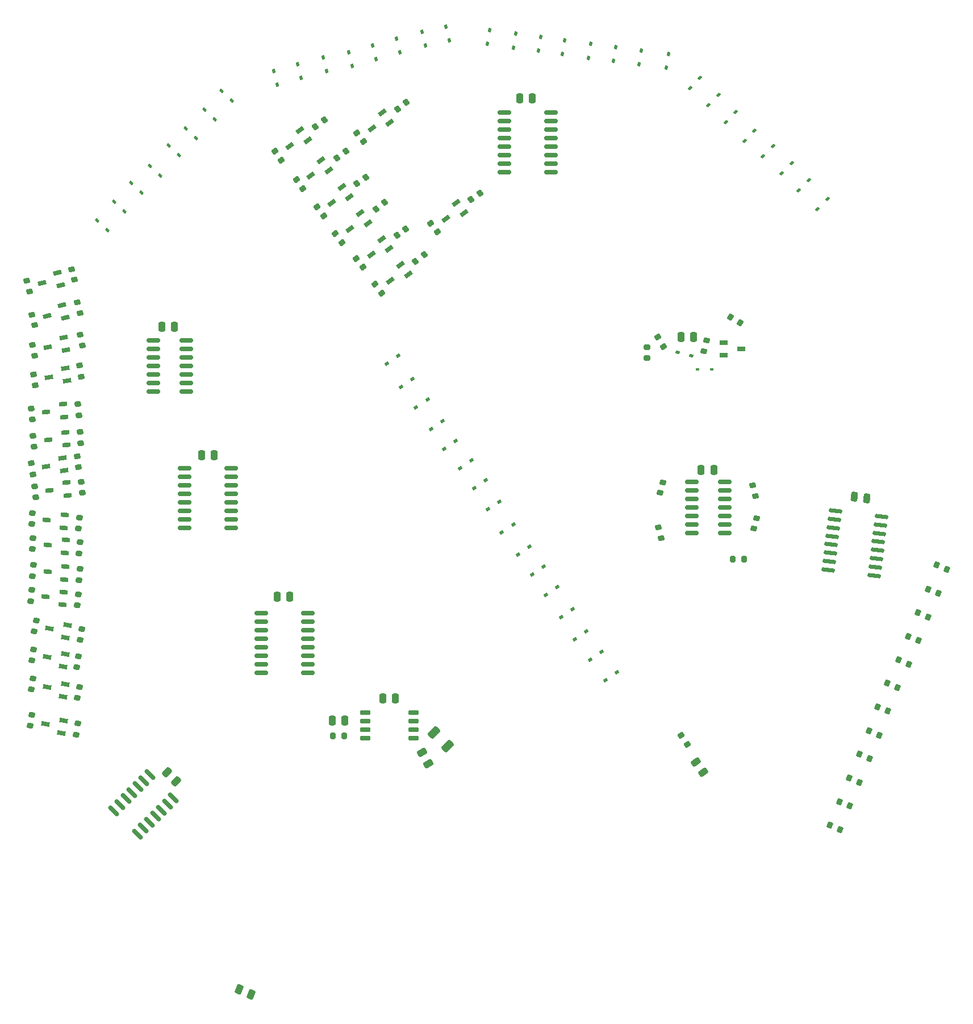
<source format=gbr>
%TF.GenerationSoftware,KiCad,Pcbnew,(6.0.10)*%
%TF.CreationDate,2023-04-24T22:32:33-04:00*%
%TF.ProjectId,waterwheel_synth_v2,77617465-7277-4686-9565-6c5f73796e74,rev?*%
%TF.SameCoordinates,Original*%
%TF.FileFunction,Paste,Top*%
%TF.FilePolarity,Positive*%
%FSLAX46Y46*%
G04 Gerber Fmt 4.6, Leading zero omitted, Abs format (unit mm)*
G04 Created by KiCad (PCBNEW (6.0.10)) date 2023-04-24 22:32:33*
%MOMM*%
%LPD*%
G01*
G04 APERTURE LIST*
G04 Aperture macros list*
%AMRoundRect*
0 Rectangle with rounded corners*
0 $1 Rounding radius*
0 $2 $3 $4 $5 $6 $7 $8 $9 X,Y pos of 4 corners*
0 Add a 4 corners polygon primitive as box body*
4,1,4,$2,$3,$4,$5,$6,$7,$8,$9,$2,$3,0*
0 Add four circle primitives for the rounded corners*
1,1,$1+$1,$2,$3*
1,1,$1+$1,$4,$5*
1,1,$1+$1,$6,$7*
1,1,$1+$1,$8,$9*
0 Add four rect primitives between the rounded corners*
20,1,$1+$1,$2,$3,$4,$5,0*
20,1,$1+$1,$4,$5,$6,$7,0*
20,1,$1+$1,$6,$7,$8,$9,0*
20,1,$1+$1,$8,$9,$2,$3,0*%
%AMRotRect*
0 Rectangle, with rotation*
0 The origin of the aperture is its center*
0 $1 length*
0 $2 width*
0 $3 Rotation angle, in degrees counterclockwise*
0 Add horizontal line*
21,1,$1,$2,0,0,$3*%
G04 Aperture macros list end*
%ADD10R,1.220000X0.650000*%
%ADD11RoundRect,0.200000X-0.308109X0.143853X-0.231786X-0.248798X0.308109X-0.143853X0.231786X0.248798X0*%
%ADD12RotRect,1.220000X0.650000X185.000000*%
%ADD13RotRect,0.600000X0.450000X262.000000*%
%ADD14RotRect,0.600000X0.450000X226.000000*%
%ADD15RotRect,1.220000X0.650000X175.000000*%
%ADD16RoundRect,0.200000X0.291552X0.174993X-0.076650X0.331285X-0.291552X-0.174993X0.076650X-0.331285X0*%
%ADD17RotRect,0.600000X0.450000X214.000000*%
%ADD18RoundRect,0.200000X-0.236092X0.244715X-0.305552X-0.149208X0.236092X-0.244715X0.305552X0.149208X0*%
%ADD19RotRect,0.600000X0.450000X316.000000*%
%ADD20RoundRect,0.200000X-0.339988X-0.005772X-0.099262X-0.325226X0.339988X0.005772X0.099262X0.325226X0*%
%ADD21RoundRect,0.200000X0.200000X0.275000X-0.200000X0.275000X-0.200000X-0.275000X0.200000X-0.275000X0*%
%ADD22RoundRect,0.150000X-0.825000X-0.150000X0.825000X-0.150000X0.825000X0.150000X-0.825000X0.150000X0*%
%ADD23RoundRect,0.200000X-0.302901X0.154518X-0.240327X-0.240557X0.302901X-0.154518X0.240327X0.240557X0*%
%ADD24RoundRect,0.200000X-0.315216X0.127531X-0.218447X-0.260588X0.315216X-0.127531X0.218447X0.260588X0*%
%ADD25RoundRect,0.200000X-0.256522X0.223207X-0.291385X-0.175271X0.256522X-0.223207X0.291385X0.175271X0*%
%ADD26RotRect,0.600000X0.450000X285.000000*%
%ADD27RotRect,1.220000X0.650000X218.000000*%
%ADD28RoundRect,0.200000X-0.300158X0.159781X-0.244489X-0.236326X0.300158X-0.159781X0.244489X0.236326X0*%
%ADD29RotRect,1.220000X0.650000X170.000000*%
%ADD30RoundRect,0.200000X-0.011705X0.339835X-0.326909X0.093571X0.011705X-0.339835X0.326909X-0.093571X0*%
%ADD31RoundRect,0.200000X-0.005772X0.339988X-0.325226X0.099262X0.005772X-0.339988X0.325226X-0.099262X0*%
%ADD32RotRect,1.220000X0.650000X217.000000*%
%ADD33RoundRect,0.250000X-0.306024X-0.440992X0.190249X-0.501927X0.306024X0.440992X-0.190249X0.501927X0*%
%ADD34RoundRect,0.200000X0.317393X-0.122010X0.213866X0.264360X-0.317393X0.122010X-0.213866X-0.264360X0*%
%ADD35RoundRect,0.250000X0.415723X0.339557X-0.044529X0.534923X-0.415723X-0.339557X0.044529X-0.534923X0*%
%ADD36RoundRect,0.200000X0.275000X-0.200000X0.275000X0.200000X-0.275000X0.200000X-0.275000X-0.200000X0*%
%ADD37RoundRect,0.250000X-0.250000X-0.475000X0.250000X-0.475000X0.250000X0.475000X-0.250000X0.475000X0*%
%ADD38RoundRect,0.200000X0.339982X-0.006097X0.110552X0.321564X-0.339982X0.006097X-0.110552X-0.321564X0*%
%ADD39RoundRect,0.250000X-0.512652X-0.159099X-0.159099X-0.512652X0.512652X0.159099X0.159099X0.512652X0*%
%ADD40RoundRect,0.200000X-0.338157X0.035705X-0.138157X-0.310705X0.338157X-0.035705X0.138157X0.310705X0*%
%ADD41RotRect,1.220000X0.650000X189.000000*%
%ADD42RoundRect,0.200000X-0.291385X0.175271X-0.256522X-0.223207X0.291385X-0.175271X0.256522X0.223207X0*%
%ADD43RoundRect,0.200000X0.213866X-0.264360X0.317393X0.122010X-0.213866X0.264360X-0.317393X-0.122010X0*%
%ADD44RoundRect,0.200000X-0.339835X-0.011705X-0.093571X-0.326909X0.339835X0.011705X0.093571X0.326909X0*%
%ADD45RoundRect,0.200000X-0.213866X0.264360X-0.317393X-0.122010X0.213866X-0.264360X0.317393X0.122010X0*%
%ADD46RoundRect,0.150000X-0.837500X-0.150000X0.837500X-0.150000X0.837500X0.150000X-0.837500X0.150000X0*%
%ADD47RoundRect,0.250000X0.250000X0.475000X-0.250000X0.475000X-0.250000X-0.475000X0.250000X-0.475000X0*%
%ADD48R,0.600000X0.450000*%
%ADD49RoundRect,0.150000X-0.849538X-0.046816X0.812977X-0.250947X0.849538X0.046816X-0.812977X0.250947X0*%
%ADD50RoundRect,0.200000X-0.317393X0.122010X-0.213866X-0.264360X0.317393X-0.122010X0.213866X0.264360X0*%
%ADD51RoundRect,0.250000X-0.689429X-0.229810X-0.229810X-0.689429X0.689429X0.229810X0.229810X0.689429X0*%
%ADD52RotRect,0.600000X0.450000X345.000000*%
%ADD53RoundRect,0.200000X0.310705X0.138157X-0.035705X0.338157X-0.310705X-0.138157X0.035705X-0.338157X0*%
%ADD54RoundRect,0.200000X0.236092X-0.244715X0.305552X0.149208X-0.236092X0.244715X-0.305552X-0.149208X0*%
%ADD55RotRect,1.220000X0.650000X191.000000*%
%ADD56RoundRect,0.150000X-0.689429X0.477297X0.477297X-0.689429X0.689429X-0.477297X-0.477297X0.689429X0*%
%ADD57RoundRect,0.200000X-0.200000X-0.275000X0.200000X-0.275000X0.200000X0.275000X-0.200000X0.275000X0*%
%ADD58RotRect,1.220000X0.650000X195.000000*%
%ADD59RotRect,1.220000X0.650000X194.000000*%
%ADD60RotRect,1.220000X0.650000X188.000000*%
%ADD61RoundRect,0.243750X0.513547X0.062026X0.233929X0.461363X-0.513547X-0.062026X-0.233929X-0.461363X0*%
%ADD62RoundRect,0.200000X0.339988X0.005772X0.099262X0.325226X-0.339988X-0.005772X-0.099262X-0.325226X0*%
%ADD63RoundRect,0.250000X-0.536362X-0.020994X-0.286362X-0.454006X0.536362X0.020994X0.286362X0.454006X0*%
%ADD64RoundRect,0.150000X-0.650000X-0.150000X0.650000X-0.150000X0.650000X0.150000X-0.650000X0.150000X0*%
G04 APERTURE END LIST*
D10*
%TO.C,Q14*%
X166290000Y-77790000D03*
X166290000Y-79690000D03*
X168910000Y-78740000D03*
%TD*%
D11*
%TO.C,R16*%
X63232183Y-78162558D03*
X63547017Y-79782242D03*
%TD*%
D12*
%TO.C,Q21*%
X68269913Y-93030711D03*
X68104317Y-91137941D03*
X65577085Y-92312674D03*
%TD*%
D13*
%TO.C,D5*%
X134982968Y-33808481D03*
X135275232Y-31728919D03*
%TD*%
D14*
%TO.C,D30*%
X170824991Y-46199993D03*
X169366209Y-47710607D03*
%TD*%
D15*
%TO.C,Q15*%
X68002117Y-113074059D03*
X68167713Y-111181289D03*
X65474885Y-111899326D03*
%TD*%
D16*
%TO.C,R64*%
X190688683Y-128504947D03*
X192207517Y-129149653D03*
%TD*%
D17*
%TO.C,D40*%
X128689389Y-95357447D03*
X126948411Y-96531753D03*
%TD*%
D18*
%TO.C,R54*%
X70041660Y-134547934D03*
X69755140Y-136172866D03*
%TD*%
D19*
%TO.C,D25*%
X86088793Y-45871909D03*
X87599407Y-47330691D03*
%TD*%
D18*
%TO.C,R55*%
X63805560Y-119193934D03*
X63519040Y-120818866D03*
%TD*%
D20*
%TO.C,R1*%
X102576303Y-53523826D03*
X103569297Y-54841574D03*
%TD*%
D13*
%TO.C,D16*%
X142237468Y-34800181D03*
X142529732Y-32720619D03*
%TD*%
%TO.C,D7*%
X131061468Y-33276181D03*
X131353732Y-31196619D03*
%TD*%
D21*
%TO.C,R48*%
X169288600Y-110044400D03*
X167638600Y-110044400D03*
%TD*%
D18*
%TO.C,R56*%
X63355260Y-127824634D03*
X63068740Y-129449566D03*
%TD*%
D22*
%TO.C,U2*%
X86184600Y-77448400D03*
X86184600Y-78718400D03*
X86184600Y-79988400D03*
X86184600Y-81258400D03*
X86184600Y-82528400D03*
X86184600Y-83798400D03*
X86184600Y-85068400D03*
X81234600Y-85068400D03*
X81234600Y-83798400D03*
X81234600Y-82528400D03*
X81234600Y-81258400D03*
X81234600Y-79988400D03*
X81234600Y-78718400D03*
X81234600Y-77448400D03*
%TD*%
D23*
%TO.C,R20*%
X63389642Y-82528357D03*
X63647758Y-84158043D03*
%TD*%
D17*
%TO.C,D41*%
X130829889Y-98286347D03*
X129088911Y-99460653D03*
%TD*%
D16*
%TO.C,R70*%
X187936683Y-135613247D03*
X189455517Y-136257953D03*
%TD*%
D17*
%TO.C,D36*%
X117762789Y-79726047D03*
X116021811Y-80900353D03*
%TD*%
D19*
%TO.C,D23*%
X72880793Y-59587909D03*
X74391407Y-61046691D03*
%TD*%
D24*
%TO.C,R23*%
X69105214Y-66830006D03*
X69504386Y-68430994D03*
%TD*%
D16*
%TO.C,R71*%
X183544183Y-146165547D03*
X185063017Y-146810253D03*
%TD*%
D25*
%TO.C,R35*%
X70236603Y-103838639D03*
X70092797Y-105482361D03*
%TD*%
D26*
%TO.C,D10*%
X113917840Y-33508178D03*
X114461360Y-35536622D03*
%TD*%
D27*
%TO.C,Q4*%
X113241672Y-60009894D03*
X112071916Y-58512673D03*
X110592206Y-60874317D03*
%TD*%
D14*
%TO.C,D32*%
X165464991Y-40879093D03*
X164006209Y-42389707D03*
%TD*%
D19*
%TO.C,D20*%
X80754793Y-51459909D03*
X82265407Y-52918691D03*
%TD*%
D28*
%TO.C,R36*%
X69896082Y-94707229D03*
X70125718Y-96341171D03*
%TD*%
D18*
%TO.C,R59*%
X63160560Y-133257334D03*
X62874040Y-134882266D03*
%TD*%
D29*
%TO.C,Q23*%
X67573832Y-135991746D03*
X67903764Y-134120612D03*
X65158602Y-134601221D03*
%TD*%
D30*
%TO.C,R11*%
X115757109Y-56869079D03*
X114456891Y-57884921D03*
%TD*%
D17*
%TO.C,D43*%
X126324289Y-92467047D03*
X124583311Y-93641353D03*
%TD*%
D26*
%TO.C,D3*%
X102754240Y-36301778D03*
X103297760Y-38330222D03*
%TD*%
D31*
%TO.C,R7*%
X129921174Y-55491803D03*
X128603426Y-56484797D03*
%TD*%
D25*
%TO.C,R45*%
X63400503Y-110939339D03*
X63256697Y-112583061D03*
%TD*%
D32*
%TO.C,Q5*%
X116412537Y-63861126D03*
X115269088Y-62343719D03*
X113748387Y-64679178D03*
%TD*%
D33*
%TO.C,C7*%
X185709681Y-100751624D03*
X187595519Y-100983176D03*
%TD*%
D34*
%TO.C,R49*%
X171003126Y-100646289D03*
X170576074Y-99052511D03*
%TD*%
D17*
%TO.C,D35*%
X119886089Y-83211247D03*
X118145111Y-84385553D03*
%TD*%
D16*
%TO.C,R51*%
X196721583Y-114508747D03*
X198240417Y-115153453D03*
%TD*%
D35*
%TO.C,C13*%
X95832980Y-174888995D03*
X94084020Y-174146605D03*
%TD*%
D13*
%TO.C,D14*%
X149857468Y-35816181D03*
X150149732Y-33736619D03*
%TD*%
D36*
%TO.C,R28*%
X154829600Y-78464400D03*
X154829600Y-80114400D03*
%TD*%
D18*
%TO.C,R58*%
X70607760Y-120474834D03*
X70321240Y-122099766D03*
%TD*%
D17*
%TO.C,D48*%
X145794089Y-120803247D03*
X144053111Y-121977553D03*
%TD*%
D25*
%TO.C,R43*%
X70326303Y-107545639D03*
X70182497Y-109189361D03*
%TD*%
D22*
%TO.C,U6*%
X161498600Y-98530400D03*
X161498600Y-99800400D03*
X161498600Y-101070400D03*
X161498600Y-102340400D03*
X161498600Y-103610400D03*
X161498600Y-104880400D03*
X161498600Y-106150400D03*
X166448600Y-106150400D03*
X166448600Y-104880400D03*
X166448600Y-103610400D03*
X166448600Y-102340400D03*
X166448600Y-101070400D03*
X166448600Y-99800400D03*
X166448600Y-98530400D03*
%TD*%
D37*
%TO.C,C2*%
X82505600Y-75416400D03*
X84405600Y-75416400D03*
%TD*%
D17*
%TO.C,D47*%
X150366089Y-126899247D03*
X148625111Y-128073553D03*
%TD*%
D38*
%TO.C,R62*%
X160856301Y-137622000D03*
X159909899Y-136270400D03*
%TD*%
D39*
%TO.C,C8*%
X83291849Y-141800649D03*
X84635351Y-143144151D03*
%TD*%
D26*
%TO.C,D4*%
X99185840Y-37318178D03*
X99729360Y-39346622D03*
%TD*%
D27*
%TO.C,Q13*%
X119237872Y-67663894D03*
X118068116Y-66166673D03*
X116588406Y-68528317D03*
%TD*%
D31*
%TO.C,R15*%
X118971174Y-41983503D03*
X117653426Y-42976497D03*
%TD*%
D40*
%TO.C,R30*%
X157274100Y-78416871D03*
X156449100Y-76987929D03*
%TD*%
D41*
%TO.C,Q12*%
X68405584Y-83456375D03*
X68108359Y-81579767D03*
X65669228Y-82927929D03*
%TD*%
D32*
%TO.C,Q7*%
X127535137Y-58498926D03*
X126391688Y-56981519D03*
X124870987Y-59316978D03*
%TD*%
D17*
%TO.C,D46*%
X137342689Y-108157947D03*
X135601711Y-109332253D03*
%TD*%
D16*
%TO.C,R67*%
X195257483Y-118026147D03*
X196776317Y-118670853D03*
%TD*%
D32*
%TO.C,Q1*%
X104268937Y-47644126D03*
X103125488Y-46126719D03*
X101604787Y-48462178D03*
%TD*%
%TO.C,Q6*%
X116493437Y-45059526D03*
X115349988Y-43542119D03*
X113829287Y-45877578D03*
%TD*%
D19*
%TO.C,D22*%
X75420793Y-56793909D03*
X76931407Y-58252691D03*
%TD*%
D42*
%TO.C,R21*%
X70299497Y-91096739D03*
X70443303Y-92740461D03*
%TD*%
D17*
%TO.C,D34*%
X124369789Y-89454447D03*
X122628811Y-90628753D03*
%TD*%
D37*
%TO.C,C4*%
X99683100Y-115675400D03*
X101583100Y-115675400D03*
%TD*%
D43*
%TO.C,R46*%
X156820074Y-100173289D03*
X157247126Y-98579511D03*
%TD*%
D44*
%TO.C,R2*%
X108347679Y-61558291D03*
X109363521Y-62858509D03*
%TD*%
D18*
%TO.C,R57*%
X63438760Y-123509034D03*
X63152240Y-125133966D03*
%TD*%
D26*
%TO.C,D11*%
X117473840Y-32492178D03*
X118017360Y-34520622D03*
%TD*%
D42*
%TO.C,R22*%
X70002297Y-86954239D03*
X70146103Y-88597961D03*
%TD*%
D31*
%TO.C,R3*%
X106753774Y-44643703D03*
X105436026Y-45636697D03*
%TD*%
D25*
%TO.C,R33*%
X63141303Y-114664739D03*
X62997497Y-116308461D03*
%TD*%
D37*
%TO.C,C5*%
X88441100Y-94593400D03*
X90341100Y-94593400D03*
%TD*%
D45*
%TO.C,R50*%
X171217126Y-103920511D03*
X170790074Y-105514289D03*
%TD*%
D46*
%TO.C,U7*%
X97358600Y-118088400D03*
X97358600Y-119358400D03*
X97358600Y-120628400D03*
X97358600Y-121898400D03*
X97358600Y-123168400D03*
X97358600Y-124438400D03*
X97358600Y-125708400D03*
X97358600Y-126978400D03*
X104283600Y-126978400D03*
X104283600Y-125708400D03*
X104283600Y-124438400D03*
X104283600Y-123168400D03*
X104283600Y-121898400D03*
X104283600Y-120628400D03*
X104283600Y-119358400D03*
X104283600Y-118088400D03*
%TD*%
D47*
%TO.C,C1*%
X137774600Y-41384400D03*
X135874600Y-41384400D03*
%TD*%
D16*
%TO.C,R72*%
X182138183Y-149707147D03*
X183657017Y-150351853D03*
%TD*%
D14*
%TO.C,D27*%
X176386991Y-51039093D03*
X174928209Y-52549707D03*
%TD*%
D48*
%TO.C,D38*%
X164515600Y-81766400D03*
X162415600Y-81766400D03*
%TD*%
D28*
%TO.C,R39*%
X63078082Y-95763929D03*
X63307718Y-97397871D03*
%TD*%
D34*
%TO.C,R47*%
X156993126Y-106884289D03*
X156566074Y-105290511D03*
%TD*%
D42*
%TO.C,R24*%
X63082297Y-87608439D03*
X63226103Y-89252161D03*
%TD*%
D46*
%TO.C,U4*%
X85928600Y-96498400D03*
X85928600Y-97768400D03*
X85928600Y-99038400D03*
X85928600Y-100308400D03*
X85928600Y-101578400D03*
X85928600Y-102848400D03*
X85928600Y-104118400D03*
X85928600Y-105388400D03*
X92853600Y-105388400D03*
X92853600Y-104118400D03*
X92853600Y-102848400D03*
X92853600Y-101578400D03*
X92853600Y-100308400D03*
X92853600Y-99038400D03*
X92853600Y-97768400D03*
X92853600Y-96498400D03*
%TD*%
D49*
%TO.C,U5*%
X182922618Y-102840560D03*
X182767844Y-104101093D03*
X182613070Y-105361627D03*
X182458296Y-106622161D03*
X182303522Y-107882694D03*
X182148748Y-109143228D03*
X181993974Y-110403761D03*
X181839200Y-111664295D03*
X188712582Y-112508240D03*
X188867356Y-111247707D03*
X189022130Y-109987173D03*
X189176904Y-108726639D03*
X189331678Y-107466106D03*
X189486452Y-106205572D03*
X189641226Y-104945039D03*
X189796000Y-103684505D03*
%TD*%
D16*
%TO.C,R68*%
X193793283Y-121543547D03*
X195312117Y-122188253D03*
%TD*%
D37*
%TO.C,C12*%
X115459600Y-130788400D03*
X117359600Y-130788400D03*
%TD*%
D29*
%TO.C,Q24*%
X67836832Y-126036846D03*
X68166764Y-124165712D03*
X65421602Y-124646321D03*
%TD*%
D16*
%TO.C,R69*%
X192329183Y-125061047D03*
X193848017Y-125705753D03*
%TD*%
%TO.C,R52*%
X198009583Y-110917847D03*
X199528417Y-111562553D03*
%TD*%
D50*
%TO.C,R26*%
X63176074Y-73603511D03*
X63603126Y-75197289D03*
%TD*%
D19*
%TO.C,D1*%
X91422793Y-40283909D03*
X92933407Y-41742691D03*
%TD*%
D42*
%TO.C,R37*%
X70501597Y-98524739D03*
X70645403Y-100168461D03*
%TD*%
D14*
%TO.C,D28*%
X168030991Y-43405993D03*
X166572209Y-44916607D03*
%TD*%
D43*
%TO.C,R31*%
X163720126Y-77448511D03*
X163293074Y-79042289D03*
%TD*%
D13*
%TO.C,D12*%
X157731468Y-36832181D03*
X158023732Y-34752619D03*
%TD*%
D51*
%TO.C,C11*%
X123052617Y-135841417D03*
X125138583Y-137927383D03*
%TD*%
D16*
%TO.C,R63*%
X185008383Y-142648147D03*
X186527217Y-143292853D03*
%TD*%
D52*
%TO.C,D37*%
X161431822Y-79752160D03*
X159403378Y-79208640D03*
%TD*%
D16*
%TO.C,R66*%
X189224483Y-132022447D03*
X190743317Y-132667153D03*
%TD*%
D53*
%TO.C,R32*%
X167323129Y-73987900D03*
X168752071Y-74812900D03*
%TD*%
D46*
%TO.C,U1*%
X133587100Y-43539400D03*
X133587100Y-44809400D03*
X133587100Y-46079400D03*
X133587100Y-47349400D03*
X133587100Y-48619400D03*
X133587100Y-49889400D03*
X133587100Y-51159400D03*
X133587100Y-52429400D03*
X140512100Y-52429400D03*
X140512100Y-51159400D03*
X140512100Y-49889400D03*
X140512100Y-48619400D03*
X140512100Y-47349400D03*
X140512100Y-46079400D03*
X140512100Y-44809400D03*
X140512100Y-43539400D03*
%TD*%
D13*
%TO.C,D17*%
X138681468Y-34292181D03*
X138973732Y-32212619D03*
%TD*%
D29*
%TO.C,Q22*%
X68156032Y-121768046D03*
X68485964Y-119896912D03*
X65740802Y-120377521D03*
%TD*%
D54*
%TO.C,R53*%
X69794240Y-126154466D03*
X70080760Y-124529534D03*
%TD*%
D42*
%TO.C,R41*%
X63585297Y-99203139D03*
X63729103Y-100846861D03*
%TD*%
D15*
%TO.C,Q19*%
X67853917Y-105361059D03*
X68019513Y-103468289D03*
X65326685Y-104186326D03*
%TD*%
D14*
%TO.C,D26*%
X178926991Y-53579093D03*
X177468209Y-55089707D03*
%TD*%
D25*
%TO.C,R44*%
X70062203Y-115297039D03*
X69918397Y-116940761D03*
%TD*%
D18*
%TO.C,R60*%
X70244860Y-129064934D03*
X69958340Y-130689866D03*
%TD*%
D15*
%TO.C,Q20*%
X68051417Y-109102159D03*
X68217013Y-107209389D03*
X65524185Y-107927426D03*
%TD*%
D44*
%TO.C,R27*%
X114322679Y-69102691D03*
X115338521Y-70402909D03*
%TD*%
D37*
%TO.C,C9*%
X107905600Y-134090400D03*
X109805600Y-134090400D03*
%TD*%
D17*
%TO.C,D44*%
X141476089Y-114199247D03*
X139735111Y-115373553D03*
%TD*%
D55*
%TO.C,Q8*%
X68234100Y-78897286D03*
X67871563Y-77032194D03*
X65480968Y-78464660D03*
%TD*%
D26*
%TO.C,D2*%
X106564240Y-35285778D03*
X107107760Y-37314222D03*
%TD*%
D56*
%TO.C,U9*%
X84262466Y-145644812D03*
X83364441Y-146542838D03*
X82466415Y-147440864D03*
X81568389Y-148338889D03*
X80670364Y-149236915D03*
X79772338Y-150134941D03*
X78874312Y-151032966D03*
X75374134Y-147532788D03*
X76272159Y-146634762D03*
X77170185Y-145736736D03*
X78068211Y-144838711D03*
X78966236Y-143940685D03*
X79864262Y-143042659D03*
X80762288Y-142144634D03*
%TD*%
D17*
%TO.C,D33*%
X122121889Y-86259247D03*
X120380911Y-87433553D03*
%TD*%
D14*
%TO.C,D31*%
X173592991Y-48499093D03*
X172134209Y-50009707D03*
%TD*%
D37*
%TO.C,C6*%
X162903600Y-96760400D03*
X164803600Y-96760400D03*
%TD*%
D17*
%TO.C,D42*%
X134933789Y-104880947D03*
X133192811Y-106055253D03*
%TD*%
D57*
%TO.C,R61*%
X108030600Y-136376400D03*
X109680600Y-136376400D03*
%TD*%
D58*
%TO.C,Q9*%
X68165541Y-74027877D03*
X67673785Y-72192618D03*
X65388937Y-73788353D03*
%TD*%
D20*
%TO.C,R9*%
X111478803Y-65240026D03*
X112471797Y-66557774D03*
%TD*%
D59*
%TO.C,Q10*%
X67446813Y-69226863D03*
X66987162Y-67383301D03*
X64674813Y-68938918D03*
%TD*%
D31*
%TO.C,R8*%
X112887874Y-53124303D03*
X111570126Y-54117297D03*
%TD*%
D17*
%TO.C,D39*%
X132840089Y-101465047D03*
X131099111Y-102639353D03*
%TD*%
D26*
%TO.C,D9*%
X121283840Y-31476178D03*
X121827360Y-33504622D03*
%TD*%
D37*
%TO.C,C3*%
X161809600Y-76940400D03*
X159909600Y-76940400D03*
%TD*%
D26*
%TO.C,D8*%
X124839840Y-30714178D03*
X125383360Y-32742622D03*
%TD*%
D16*
%TO.C,R65*%
X186472483Y-139130647D03*
X187991317Y-139775353D03*
%TD*%
D60*
%TO.C,Q16*%
X67988866Y-96867538D03*
X67724437Y-94986029D03*
X65262149Y-96291417D03*
%TD*%
D61*
%TO.C,D51*%
X163200028Y-141827555D03*
X162124572Y-140291645D03*
%TD*%
D14*
%TO.C,D18*%
X162696991Y-38325993D03*
X161238209Y-39836607D03*
%TD*%
D24*
%TO.C,R17*%
X62373614Y-68558406D03*
X62772786Y-70159394D03*
%TD*%
D19*
%TO.C,D19*%
X77960793Y-53999909D03*
X79471407Y-55458691D03*
%TD*%
D20*
%TO.C,R10*%
X122578103Y-59995526D03*
X123571097Y-61313274D03*
%TD*%
D62*
%TO.C,R4*%
X106636897Y-58869774D03*
X105643903Y-57552026D03*
%TD*%
D23*
%TO.C,R18*%
X70266442Y-81213157D03*
X70524558Y-82842843D03*
%TD*%
D30*
%TO.C,R14*%
X121614409Y-64630079D03*
X120314191Y-65645921D03*
%TD*%
D63*
%TO.C,C10*%
X121334600Y-138855676D03*
X122284600Y-140501124D03*
%TD*%
D62*
%TO.C,R13*%
X112596197Y-47854774D03*
X111603203Y-46537026D03*
%TD*%
D17*
%TO.C,D45*%
X139444089Y-111151247D03*
X137703111Y-112325553D03*
%TD*%
D29*
%TO.C,Q25*%
X67816732Y-130514446D03*
X68146664Y-128643312D03*
X65401502Y-129123921D03*
%TD*%
D25*
%TO.C,R40*%
X63354903Y-106909139D03*
X63211097Y-108552861D03*
%TD*%
D11*
%TO.C,R25*%
X70347883Y-76616358D03*
X70662717Y-78236042D03*
%TD*%
D64*
%TO.C,U8*%
X112875600Y-132947400D03*
X112875600Y-134217400D03*
X112875600Y-135487400D03*
X112875600Y-136757400D03*
X120075600Y-136757400D03*
X120075600Y-135487400D03*
X120075600Y-134217400D03*
X120075600Y-132947400D03*
%TD*%
D25*
%TO.C,R38*%
X70326603Y-111521339D03*
X70182797Y-113165061D03*
%TD*%
D31*
%TO.C,R12*%
X118892774Y-60830603D03*
X117575026Y-61823597D03*
%TD*%
%TO.C,R6*%
X109929474Y-49284103D03*
X108611726Y-50277097D03*
%TD*%
D32*
%TO.C,Q3*%
X107401537Y-52101126D03*
X106258088Y-50583719D03*
X104737387Y-52919178D03*
%TD*%
D50*
%TO.C,R19*%
X69876474Y-71757911D03*
X70303526Y-73351689D03*
%TD*%
D15*
%TO.C,Q18*%
X67728617Y-116848559D03*
X67894213Y-114955789D03*
X65201385Y-115673826D03*
%TD*%
D32*
%TO.C,Q2*%
X110501737Y-56130026D03*
X109358288Y-54612619D03*
X107837587Y-56948078D03*
%TD*%
D42*
%TO.C,R42*%
X63320797Y-91656439D03*
X63464603Y-93300161D03*
%TD*%
D13*
%TO.C,D13*%
X146158968Y-35332481D03*
X146451232Y-33252919D03*
%TD*%
D14*
%TO.C,D29*%
X181720991Y-56373093D03*
X180262209Y-57883707D03*
%TD*%
D26*
%TO.C,D6*%
X110361840Y-34524178D03*
X110905360Y-36552622D03*
%TD*%
D13*
%TO.C,D15*%
X153667468Y-36324181D03*
X153959732Y-34244619D03*
%TD*%
D12*
%TO.C,Q11*%
X67969913Y-88863511D03*
X67804317Y-86970741D03*
X65277085Y-88145474D03*
%TD*%
D19*
%TO.C,D21*%
X83548793Y-48411909D03*
X85059407Y-49870691D03*
%TD*%
D17*
%TO.C,D49*%
X143762089Y-117501247D03*
X142021111Y-118675553D03*
%TD*%
D12*
%TO.C,Q17*%
X68479313Y-100532711D03*
X68313717Y-98639941D03*
X65786485Y-99814674D03*
%TD*%
D20*
%TO.C,R5*%
X99341603Y-49262626D03*
X100334597Y-50580374D03*
%TD*%
D17*
%TO.C,D50*%
X148080089Y-123851247D03*
X146339111Y-125025553D03*
%TD*%
D25*
%TO.C,R34*%
X63266603Y-103177239D03*
X63122797Y-104820961D03*
%TD*%
D19*
%TO.C,D24*%
X88882793Y-43077909D03*
X90393407Y-44536691D03*
%TD*%
M02*

</source>
